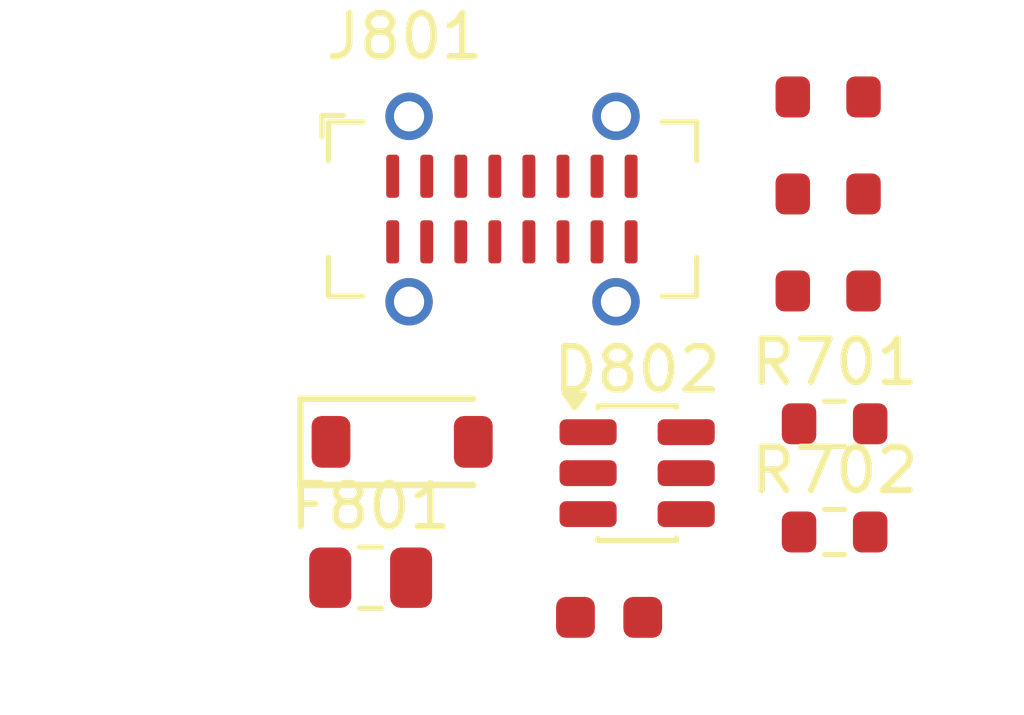
<source format=kicad_pcb>
(kicad_pcb (version 20241229) (generator "pcbnew") (generator_version "9.0")
  (layers (0 "F.Cu" signal) (2 "B.Cu" signal) (13 "F.Paste" user) (15 "B.Paste" user) (5 "F.SilkS" user "F.Silkscreen") (7 "B.SilkS" user "B.Silkscreen") (1 "F.Mask" user) (3 "B.Mask" user) (25 "Edge.Cuts" user))
  (net 0 "")
  (net 1 "Net-(J801-SHIELD)")
  (net 2 "GND")
  (net 3 "+5V")
  (net 4 "Net-(D801-Pad2)")
  (net 5 "/usbc/USB_OTG_FS_DP")
  (net 6 "/usbc/USB_OTG_FS_DM")
  (net 7 "Net-(J801-CC2)")
  (net 8 "Net-(J801-CC1)")
  (net 9 "Net-(F801-Pad1)")
  (net 12 "/usbc/USB_OTG_FS_VBUS")
  (footprint "Resistor_SMD:R_0603_1608Metric" (layer "F.Cu") (at 142.135 88.04)
    (property "Reference" "R702" (at 0 -1.43 0) (layer "F.SilkS"))
    (property "Value" "10K")
    (fp_line (start -0.237258 -0.5225) (end 0.237258 -0.5225) (stroke (width 0.12)) (layer "F.SilkS"))
    (fp_line (start -0.237258 0.5225) (end 0.237258 0.5225) (stroke (width 0.12)) (layer "F.SilkS"))
    (pad "1" smd roundrect (at -0.825 0) (size 0.8 0.95) (layers "F.Cu" "F.Mask" "F.Paste") (net 12 "/usbc/USB_OTG_FS_VBUS"))
    (pad "2" smd roundrect (at 0.825 0) (size 0.8 0.95) (layers "F.Cu" "F.Mask" "F.Paste") (net 4 "Net-(D801-Pad2)"))
  )
  (footprint "PCM_JLCPCB:R_0603" (layer "F.Cu") (at 141.985 82.45)
    (property "Reference" "R803" (hide yes))
    (property "Value" "5.1K")
    (pad "1" smd roundrect (at -0.82 0) (size 0.8 0.95) (layers "F.Cu" "F.Mask" "F.Paste") (net 2 "GND"))
    (pad "2" smd roundrect (at 0.82 0) (size 0.8 0.95) (layers "F.Cu" "F.Mask" "F.Paste") (net 8 "Net-(J801-CC1)"))
  )
  (footprint "PCM_JLCPCB:R_0603" (layer "F.Cu") (at 141.985 80.2)
    (property "Reference" "R802" (hide yes))
    (property "Value" "5.1kΩ")
    (pad "1" smd roundrect (at -0.82 0) (size 0.8 0.95) (layers "F.Cu" "F.Mask" "F.Paste") (net 2 "GND"))
    (pad "2" smd roundrect (at 0.82 0) (size 0.8 0.95) (layers "F.Cu" "F.Mask" "F.Paste") (net 7 "Net-(J801-CC2)"))
  )
  (footprint "Connector_USB:USB_C_Receptacle_G-Switch_GT-USB-7051x" (layer "F.Cu") (at 134.665 80.55)
    (property "Reference" "J801" (at -2.5 -4 0) (layer "F.SilkS"))
    (property "Value" "USB_C_Receptacle_USB2.0_16P")
    (fp_line (start -4.42 -2.17) (end -4.42 -1.67) (stroke (width 0.12)) (layer "F.SilkS"))
    (fp_line (start -4.42 -2.17) (end -3.92 -2.17) (stroke (width 0.12)) (layer "F.SilkS"))
    (fp_line (start -4.27 -2.02) (end -4.27 -1.12) (stroke (width 0.12)) (layer "F.SilkS"))
    (fp_line (start -4.27 -2.02) (end -3.47 -2.02) (stroke (width 0.12)) (layer "F.SilkS"))
    (fp_line (start -4.27 2.02) (end -4.27 1.12) (stroke (width 0.12)) (layer "F.SilkS"))
    (fp_line (start -4.27 2.02) (end -3.47 2.02) (stroke (width 0.12)) (layer "F.SilkS"))
    (fp_line (start 4.27 -2.02) (end 3.47 -2.02) (stroke (width 0.12)) (layer "F.SilkS"))
    (fp_line (start 4.27 -2.02) (end 4.27 -1.12) (stroke (width 0.12)) (layer "F.SilkS"))
    (fp_line (start 4.27 2.02) (end 3.47 2.02) (stroke (width 0.12)) (layer "F.SilkS"))
    (fp_line (start 4.27 2.02) (end 4.27 1.12) (stroke (width 0.12)) (layer "F.SilkS"))
    (pad "" np_thru_hole circle (at -3.75 0) (size 0.66 0.66) (drill 0.66) (layers "*.Cu" "*.Mask"))
    (pad "" np_thru_hole oval (at 3.75 0) (size 1 0.58) (drill oval 1 0.58) (layers "*.Cu" "*.Mask"))
    (pad "A1" smd roundrect (at -2.78 -0.76) (size 0.3 1) (layers "F.Cu" "F.Mask" "F.Paste") (net 2 "GND"))
    (pad "A4" smd roundrect (at -1.99 -0.76) (size 0.3 1) (layers "F.Cu" "F.Mask" "F.Paste") (net 9 "Net-(F801-Pad1)"))
    (pad "A5" smd roundrect (at -1.2 -0.76) (size 0.3 1) (layers "F.Cu" "F.Mask" "F.Paste") (net 8 "Net-(J801-CC1)"))
    (pad "A6" smd roundrect (at -0.41 -0.76) (size 0.3 1) (layers "F.Cu" "F.Mask" "F.Paste") (net 5 "/usbc/USB_OTG_FS_DP"))
    (pad "A7" smd roundrect (at 0.38 -0.76) (size 0.3 1) (layers "F.Cu" "F.Mask" "F.Paste") (net 6 "/usbc/USB_OTG_FS_DM"))
    (pad "A8" smd roundrect (at 1.17 -0.76) (size 0.3 1) (layers "F.Cu" "F.Mask" "F.Paste"))
    (pad "A9" smd roundrect (at 1.96 -0.76) (size 0.3 1) (layers "F.Cu" "F.Mask" "F.Paste") (net 9 "Net-(F801-Pad1)"))
    (pad "A12" smd roundrect (at 2.75 -0.76) (size 0.3 1) (layers "F.Cu" "F.Mask" "F.Paste") (net 2 "GND"))
    (pad "B1" smd roundrect (at 2.75 0.76) (size 0.3 1) (layers "F.Cu" "F.Mask" "F.Paste") (net 2 "GND"))
    (pad "B4" smd roundrect (at 1.96 0.76) (size 0.3 1) (layers "F.Cu" "F.Mask" "F.Paste") (net 9 "Net-(F801-Pad1)"))
    (pad "B5" smd roundrect (at 1.17 0.76) (size 0.3 1) (layers "F.Cu" "F.Mask" "F.Paste") (net 7 "Net-(J801-CC2)"))
    (pad "B6" smd roundrect (at 0.38 0.76) (size 0.3 1) (layers "F.Cu" "F.Mask" "F.Paste") (net 5 "/usbc/USB_OTG_FS_DP"))
    (pad "B7" smd roundrect (at -0.41 0.76) (size 0.3 1) (layers "F.Cu" "F.Mask" "F.Paste") (net 6 "/usbc/USB_OTG_FS_DM"))
    (pad "B8" smd roundrect (at -1.2 0.76) (size 0.3 1) (layers "F.Cu" "F.Mask" "F.Paste"))
    (pad "B9" smd roundrect (at -1.99 0.76) (size 0.3 1) (layers "F.Cu" "F.Mask" "F.Paste") (net 9 "Net-(F801-Pad1)"))
    (pad "B12" smd roundrect (at -2.78 0.76) (size 0.3 1) (layers "F.Cu" "F.Mask" "F.Paste") (net 2 "GND"))
    (pad "S1" thru_hole circle (at -2.4 -2.15) (size 1.1 1.1) (drill 0.7) (property pad_prop_heatsink) (layers "*.Cu" "*.Mask" "F.Paste") (net 1 "Net-(J801-SHIELD)"))
    (pad "S1" thru_hole circle (at -2.4 2.15) (size 1.1 1.1) (drill 0.7) (property pad_prop_heatsink) (layers "*.Cu" "*.Mask" "F.Paste") (net 1 "Net-(J801-SHIELD)"))
    (pad "S1" thru_hole circle (at 2.4 -2.15) (size 1.1 1.1) (drill 0.7) (property pad_prop_heatsink) (layers "*.Cu" "*.Mask" "F.Paste") (net 1 "Net-(J801-SHIELD)"))
    (pad "S1" thru_hole circle (at 2.4 2.15) (size 1.1 1.1) (drill 0.7) (property pad_prop_heatsink) (layers "*.Cu" "*.Mask" "F.Paste") (net 1 "Net-(J801-SHIELD)"))
  )
  (footprint "PCM_JLCPCB:R_0603" (layer "F.Cu") (at 141.985 77.95)
    (property "Reference" "R801" (hide yes))
    (property "Value" "1MΩ")
    (pad "1" smd roundrect (at -0.82 0) (size 0.8 0.95) (layers "F.Cu" "F.Mask" "F.Paste") (net 1 "Net-(J801-SHIELD)"))
    (pad "2" smd roundrect (at 0.82 0) (size 0.8 0.95) (layers "F.Cu" "F.Mask" "F.Paste") (net 2 "GND"))
  )
  (footprint "PCM_JLCPCB:C_0603" (layer "F.Cu") (at 136.905 90.02)
    (property "Reference" "C801" (hide yes))
    (property "Value" "47nF")
    (pad "1" smd roundrect (at -0.78 0) (size 0.9 0.95) (layers "F.Cu" "F.Mask" "F.Paste") (net 1 "Net-(J801-SHIELD)"))
    (pad "2" smd roundrect (at 0.78 0) (size 0.9 0.95) (layers "F.Cu" "F.Mask" "F.Paste") (net 2 "GND"))
  )
  (footprint "Fuse:Fuse_0805_2012Metric" (layer "F.Cu") (at 131.375 89.1)
    (property "Reference" "F801" (at 0 -1.65 0) (layer "F.SilkS"))
    (property "Value" "Fuse")
    (fp_line (start -0.258578 -0.71) (end 0.258578 -0.71) (stroke (width 0.12)) (layer "F.SilkS"))
    (fp_line (start -0.258578 0.71) (end 0.258578 0.71) (stroke (width 0.12)) (layer "F.SilkS"))
    (pad "1" smd roundrect (at -0.9375 0) (size 0.975 1.4) (layers "F.Cu" "F.Mask" "F.Paste") (net 9 "Net-(F801-Pad1)"))
    (pad "2" smd roundrect (at 0.9375 0) (size 0.975 1.4) (layers "F.Cu" "F.Mask" "F.Paste") (net 4 "Net-(D801-Pad2)"))
  )
  (footprint "PCM_JLCPCB:D_SOD-123" (layer "F.Cu") (at 132.105 85.95)
    (property "Reference" "D801" (hide yes))
    (property "Value" "B5819W SL")
    (fp_line (start -2.36 -1) (end -2.36 1) (stroke (width 0.15)) (layer "F.SilkS"))
    (fp_line (start -2.36 -1) (end 1.65 -1) (stroke (width 0.15)) (layer "F.SilkS"))
    (fp_line (start -2.36 1) (end 1.65 1) (stroke (width 0.15)) (layer "F.SilkS"))
    (pad "1" smd roundrect (at -1.65 0) (size 0.9 1.2) (layers "F.Cu" "F.Mask" "F.Paste") (net 3 "+5V"))
    (pad "2" smd roundrect (at 1.65 0) (size 0.9 1.2) (layers "F.Cu" "F.Mask" "F.Paste") (net 4 "Net-(D801-Pad2)"))
  )
  (footprint "Package_TO_SOT_SMD:SOT-23-6" (layer "F.Cu") (at 137.555 86.675)
    (property "Reference" "D802" (at 0 -2.4 0) (layer "F.SilkS"))
    (property "Value" "SRV05-4")
    (fp_line (start -0.91 -1.56) (end 0.91 -1.56) (stroke (width 0.12)) (layer "F.SilkS"))
    (fp_line (start -0.91 -1.51) (end -0.91 -1.56) (stroke (width 0.12)) (layer "F.SilkS"))
    (fp_line (start -0.91 1.56) (end -0.91 1.51) (stroke (width 0.12)) (layer "F.SilkS"))
    (fp_line (start 0.91 -1.56) (end 0.91 -1.51) (stroke (width 0.12)) (layer "F.SilkS"))
    (fp_line (start 0.91 1.51) (end 0.91 1.56) (stroke (width 0.12)) (layer "F.SilkS"))
    (fp_line (start 0.91 1.56) (end -0.91 1.56) (stroke (width 0.12)) (layer "F.SilkS"))
    (fp_poly (pts (xy -1.45 -1.51) (xy -1.69 -1.84) (xy -1.21 -1.84)) (stroke (width 0.12)) (fill yes) (layer "F.SilkS"))
    (pad "1" smd roundrect (at -1.1375 -0.95) (size 1.325 0.6) (layers "F.Cu" "F.Mask" "F.Paste") (net 6 "/usbc/USB_OTG_FS_DM"))
    (pad "2" smd roundrect (at -1.1375 0) (size 1.325 0.6) (layers "F.Cu" "F.Mask" "F.Paste") (net 2 "GND"))
    (pad "3" smd roundrect (at -1.1375 0.95) (size 1.325 0.6) (layers "F.Cu" "F.Mask" "F.Paste") (net 5 "/usbc/USB_OTG_FS_DP"))
    (pad "4" smd roundrect (at 1.1375 0.95) (size 1.325 0.6) (layers "F.Cu" "F.Mask" "F.Paste") (net 8 "Net-(J801-CC1)"))
    (pad "5" smd roundrect (at 1.1375 0) (size 1.325 0.6) (layers "F.Cu" "F.Mask" "F.Paste") (net 4 "Net-(D801-Pad2)"))
    (pad "6" smd roundrect (at 1.1375 -0.95) (size 1.325 0.6) (layers "F.Cu" "F.Mask" "F.Paste") (net 7 "Net-(J801-CC2)"))
  )
  (footprint "Resistor_SMD:R_0603_1608Metric" (layer "F.Cu") (at 142.135 85.53)
    (property "Reference" "R701" (at 0 -1.43 0) (layer "F.SilkS"))
    (property "Value" "2.2K")
    (fp_line (start -0.237258 -0.5225) (end 0.237258 -0.5225) (stroke (width 0.12)) (layer "F.SilkS"))
    (fp_line (start -0.237258 0.5225) (end 0.237258 0.5225) (stroke (width 0.12)) (layer "F.SilkS"))
    (pad "1" smd roundrect (at -0.825 0) (size 0.8 0.95) (layers "F.Cu" "F.Mask" "F.Paste") (net 2 "GND"))
    (pad "2" smd roundrect (at 0.825 0) (size 0.8 0.95) (layers "F.Cu" "F.Mask" "F.Paste") (net 12 "/usbc/USB_OTG_FS_VBUS"))
  )
)
</source>
